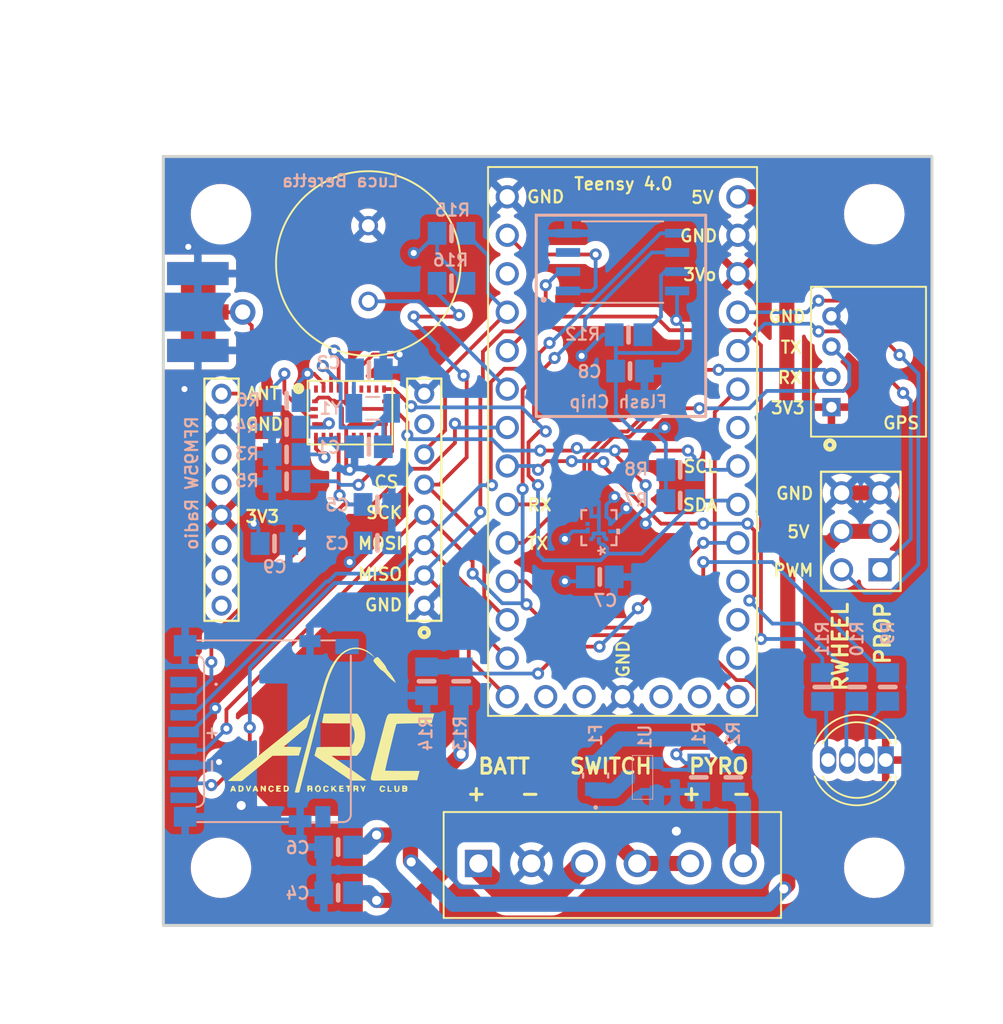
<source format=kicad_pcb>
(kicad_pcb (version 20221018) (generator pcbnew)
  (layers (0 "F.Cu" signal) (31 "B.Cu" signal) (34 "B.Paste" user) (35 "F.Paste" user) (36 "B.SilkS" user "B.Silkscreen") (37 "F.SilkS" user "F.Silkscreen") (38 "B.Mask" user) (39 "F.Mask" user) (44 "Edge.Cuts" user))
  (net 0 "")
  (net 1 "/BUZZER")
  (net 2 "GND")
  (net 3 "Net-(U2-XIN32)")
  (net 4 "+5V")
  (net 5 "+3.3V")
  (net 6 "Net-(U2-XOUT32)")
  (net 7 "/SDA")
  (net 8 "/BATT+")
  (net 9 "/SCL")
  (net 10 "/MISO")
  (net 11 "+9V")
  (net 12 "/MOSI")
  (net 13 "/SCK")
  (net 14 "/PY1")
  (net 15 "/LEDRED")
  (net 16 "/LEDBLU")
  (net 17 "/LEDGRN")
  (net 18 "/VOLTAGE")
  (net 19 "Net-(U2-CAP)")
  (net 20 "/FLASH-CS")
  (net 21 "/RADIO_RST")
  (net 22 "/RADIO-CS")
  (net 23 "/TX")
  (net 24 "/RX")
  (net 25 "Net-(U1-DRAIN)")
  (net 26 "Net-(D1-RED)")
  (net 27 "Net-(D1-BLU)")
  (net 28 "Net-(D1-GRN)")
  (net 29 "Net-(F1-Pad2)")
  (net 30 "Net-(J1-Pad6)")
  (net 31 "Net-(U2-PS0)")
  (net 32 "Net-(U2-PS1)")
  (net 33 "Net-(U2-COM3{slash}I2C_ADDR)")
  (net 34 "Net-(U2-NBOOT_LOAD_PIN)")
  (net 35 "Net-(U5-HOLD(IO3))")
  (net 36 "/RWHEEL_IN")
  (net 37 "/PROP_IN")
  (net 51 "/SD-CS")
  (net 57 "Net-(J2-ANT)")
  (footprint "MountingHole:MountingHole_3.5mm" (layer "F.Cu") (at 81.662 35.434274 90)
    (fp_text reference "H2" hide)
    (fp_text value "MountingHole" hide)
  )
  (footprint "CustomFootprintLib:RFM95 SMT THT Mount" (layer "F.Cu") (at 80.4967 62.474 90)
    (fp_text reference "J2" hide)
    (fp_text value "RFM95 Mount" hide)
  )
  (footprint "MountingHole:MountingHole_3.5mm" (layer "F.Cu") (at 124.842 78.614274 90)
    (fp_text reference "H4" hide)
    (fp_text value "MountingHole" hide)
  )
  (footprint "CustomFootprintLib:L7805CDT" (layer "F.Cu") (at 91.084 78.74 90)
    (fp_text reference "VR1" hide)
    (fp_text value "L7805CDT" hide)
  )
  (footprint "Graphics:ARC_logo_black_15mm" (layer "F.Cu") (at 88.8 69.4)
    (fp_text reference "G***" hide)
    (fp_text value "LOGO" hide)
  )
  (footprint "CustomFootprintLib:MODULE_DEV-15583" (layer "F.Cu") (at 108.204 50.8)
    (fp_text reference "U6" hide)
    (fp_text value "DEV-15583" hide)
  )
  (footprint "CustomFootprintLib:TERMBLOCK_OSTTE060104" (layer "F.Cu") (at 98.6796 78.3336)
    (fp_text reference "J1" hide)
    (fp_text value "TERMBLOCK_OSTTE060104" hide)
  )
  (footprint "MountingHole:MountingHole_3.5mm" (layer "F.Cu") (at 81.662 78.614274 90)
    (fp_text reference "H1" hide)
    (fp_text value "MountingHole" hide)
  )
  (footprint "MountingHole:MountingHole_3.5mm" (layer "F.Cu") (at 124.842 35.434274 90)
    (fp_text reference "H3" hide)
    (fp_text value "MountingHole" hide)
  )
  (footprint "CustomFootprintLib:LED_D5.0mm-4_RGB" (layer "F.Cu") (at 125.598 71.500274 180)
    (fp_text reference "D1" hide)
    (fp_text value "TRI-COLOR LED" hide)
  )
  (footprint "CustomFootprintLib:SMA_EDGELAUNCH_UFL" (layer "F.Cu") (at 78.1 41.9)
    (fp_text reference "X1")
    (fp_text value "uFL/SMA")
  )
  (footprint "CustomFootprintLib:BUZZER_XDCR_PS1240P02BT" (layer "F.Cu") (at 91.4 38.694274 90)
    (fp_text reference "BZ1" hide)
    (fp_text value "PS1240P02BT" hide)
  )
  (footprint "CustomFootprintLib:JST_S4B-PH-K-S_LF__SN_" (layer "F.Cu") (at 122.01 45.182791 90)
    (fp_text reference "J4" hide)
    (fp_text value "S4B-PH-K-S" hide)
  )
  (footprint "CustomFootprintLib:BNO055_SMT" (layer "F.Cu") (at 90.19 48.5525)
    (fp_text reference "U2" hide)
    (fp_text value "BNO055_SMT")
  )
  (footprint "CustomFootprintLib:1X01_ROUND" (layer "F.Cu") (at 83.1 41.9)
    (fp_text reference "JP1" hide)
    (fp_text value "HEADER-1X1ROUND")
  )
  (footprint "CustomFootprintLib:HEADER_PH2-06-UA_ADM_2x3" (layer "F.Cu") (at 125.222 58.928 90)
    (fp_text reference "J3" hide)
    (fp_text value "HEADER_M20-9950345_90_2x3" hide)
  )
  (footprint "CustomFootprintLib:0805-NO-Resistor" (layer "B.Cu") (at 112.014 54.356 180)
    (fp_text reference "R7")
    (fp_text value "10k" hide)
  )
  (footprint "CustomFootprintLib:0805-NO-Resistor" (layer "B.Cu") (at 96.9 40 180)
    (fp_text reference "R16")
    (fp_text value "10k")
  )
  (footprint "CustomFootprintLib:0805-NO-Resistor" (layer "B.Cu") (at 97.536 66.294 90)
    (fp_text reference "R13")
    (fp_text value "2000")
  )
  (footprint "CustomFootprintLib:0805-NO (Capacitor)" (layer "B.Cu") (at 85.2 57.2 180)
    (fp_text reference "C9")
    (fp_text value "10 uF")
  )
  (footprint "CustomFootprintLib:0805-NO (Capacitor)" (layer "B.Cu") (at 89.408 80.264)
    (fp_text reference "C4")
    (fp_text value "0.33 uF")
  )
  (footprint "CustomFootprintLib:W25Q64JVSSIQ" (layer "B.Cu") (at 108.204 38.6)
    (fp_text reference "U5" hide)
    (fp_text value "~" hide)
  )
  (footprint "CustomFootprintLib:0805-NO-Resistor" (layer "B.Cu") (at 86 53.086)
    (fp_text reference "R5")
    (fp_text value "10k" hide)
  )
  (footprint "CustomFootprintLib:MICROSD-HRS_DM3D" (layer "B.Cu") (at 90.24425 68.996 90)
    (fp_text reference "U3" hide)
    (fp_text value "MICROSD-HRS_DM3D" hide)
  )
  (footprint "CustomFootprintLib:0805-NO (Capacitor)" (layer "B.Cu") (at 108.7 45.8)
    (fp_text reference "C8")
    (fp_text value "22 pF" hide)
  )
  (footprint "CustomFootprintLib:0805-NO-Resistor" (layer "B.Cu") (at 121.412 66.674274 -90)
    (fp_text reference "R11")
    (fp_text value "1")
  )
  (footprint "CustomFootprintLib:LGA10_BMP390_BOS" (layer "B.Cu") (at 106.641474 56.1467 90)
    (fp_text reference "U4" hide)
    (fp_text value "BMP390" hide)
  )
  (footprint "CustomFootprintLib:0805-NO (Capacitor)" (layer "B.Cu") (at 89.408 77.25)
    (fp_text reference "C6")
    (fp_text value "0.1 uF")
  )
  (footprint "CustomFootprintLib:0805-NO-Resistor" (layer "B.Cu") (at 108.6 43.4 180)
    (fp_text reference "R12")
    (fp_text value "10M" hide)
  )
  (footprint "CustomFootprintLib:0805-NO-Resistor" (layer "B.Cu") (at 86 49.5)
    (fp_text reference "R4")
    (fp_text value "10k" hide)
  )
  (footprint "CustomFootprintLib:0805-NO-Resistor" (layer "B.Cu") (at 125.73 66.674274 -90)
    (fp_text reference "R9")
    (fp_text value "40" hide)
  )
  (footprint "CustomFootprintLib:0805-NO-Resistor" (layer "B.Cu") (at 86 51.308)
    (fp_text reference "R3")
    (fp_text value "10k" hide)
  )
  (footprint "CustomFootprintLib:0805-NO-Resistor" (layer "B.Cu") (at 112.014 52.324 180)
    (fp_text reference "R8")
    (fp_text value "10k" hide)
  )
  (footprint "CustomFootprintLib:0805-NO-Resistor" (layer "B.Cu") (at 123.698 66.674274 -90)
    (fp_text reference "R10")
    (fp_text value "1" hide)
  )
  (footprint "CustomFootprintLib:DMN3051L-7" (layer "B.Cu") (at 110.7 72.644 -90)
    (fp_text reference "U1")
    (fp_text value "DMN3051L-7" hide)
  )
  (footprint "CustomFootprintLib:0805-NO-Resistor" (layer "B.Cu") (at 96.9 36.7)
    (fp_text reference "R15")
    (fp_text value "10k")
  )
  (footprint "CustomFootprintLib:0805-NO-Resistor" (layer "B.Cu") (at 115.53 72.644 90)
    (fp_text reference "R2")
    (fp_text value "4.7" hide)
  )
  (footprint "CustomFootprintLib:0805-NO (Capacitor)" (layer "B.Cu") (at 91.44 50.8)
    (fp_text reference "C1")
    (fp_text value "22 pF")
  )
  (footprint "CustomFootprintLib:FUS_VISHAY_MFU0805_VIS_5A" (layer "B.Cu") (at 106.426 72.52335 90)
    (fp_text reference "F1")
    (fp_text value "MFU0805FF05000P100" hide)
  )
  (footprint "CustomFootprintLib:0805-NO-Resistor" (layer "B.Cu") (at 86 47.752 180)
    (fp_text reference "R6")
    (fp_text value "10k")
  )
  (footprint "CustomFootprintLib:CRYSTAL_ECS-.327-12.5-34B-TR" (layer "B.Cu") (at 91.694 48.26)
    (fp_text reference "Y1")
    (fp_text value "CRYSTAL_32.768kHz")
  )
  (footprint "CustomFootprintLib:0805-NO (Capacitor)" (layer "B.Cu") (at 91.44 45.72 180)
    (fp_text reference "C2")
    (fp_text value "22 pF" hide)
  )
  (footprint "CustomFootprintLib:0805-NO-Resistor" (layer "B.Cu") (at 113.244 72.644 90)
    (fp_text reference "R1")
    (fp_text value "470" hide)
  )
  (footprint "CustomFootprintLib:0805-NO-Resistor" (layer "B.Cu") (at 95.25 66.294 90)
    (fp_text reference "R14")
    (fp_text value "510")
  )
  (footprint "CustomFootprintLib:0805-NO (Capacitor)" (layer "B.Cu") (at 106.7 59.4)
    (fp_text reference "C7")
    (fp_text value "100 nF" hide)
  )
  (footprint "CustomFootprintLib:0805-NO (Capacitor)" (layer "B.Cu") (at 92 54.61 180)
    (fp_text reference "C5")
    (fp_text value "1 uF" hide)
  )
  (footprint "CustomFootprintLib:0805-NO (Capacitor)" (layer "B.Cu") (at 92 57.15 180)
    (fp_text reference "C3")
    (fp_text value "0.1 uF" hide)
  )
  (gr_rect (start 102.5 35.5) (end 113.7 48.8) (stroke (width 0.2)) (fill none) (layer "B.SilkS"))
  (gr_rect (start 77.852 31.624274) (end 128.652 82.424274) (stroke (width 0.2)) (fill none) (layer "Edge.Cuts"))
  (gr_text "Flash Chip" (at 104.6 48.3) (layer "B.SilkS") (effects (font (size 0.8 0.8)) (justify right bottom mirror)))
  (gr_text "RFM95W Radio" (at 80.2 57.7 90) (layer "B.SilkS") (effects (font (size 0.8 0.8)) (justify right bottom mirror)))
  (gr_text "Luca Beretta" (at 85.6 33.7) (layer "B.SilkS") (effects (font (size 0.8 0.8) (thickness 0.15) bold) (justify right bottom mirror)))
  (gr_text "Teensy 4.0" (at 111.6 33.9) (layer "F.SilkS") (effects (font (size 0.8 0.8) (thickness 0.15) bold) (justify right bottom)))
  (gr_text "CS" (at 93.472 53.594) (layer "F.SilkS") (effects (font (size 0.8 0.8)) (justify right bottom)))
  (gr_text "ANT" (at 85.598 47.752) (layer "F.SilkS") (effects (font (size 0.8 0.8)) (justify right bottom)))
  (gr_text "RX" (at 103.6 55.118) (layer "F.SilkS") (effects (font (size 0.8 0.8) (thickness 0.15) bold) (justify right bottom)))
  (gr_text "GND" (at 85.852 49.784) (layer "F.SilkS") (effects (font (size 0.8 0.8)) (justify right bottom)))
  (gr_text "MOSI" (at 93.726 57.658) (layer "F.SilkS") (effects (font (size 0.8 0.8)) (justify right bottom)))
  (gr_text "GND" (at 93.726 61.722) (layer "F.SilkS") (effects (font (size 0.8 0.8)) (justify right bottom)))
  (gr_text "SWITCH" (at 104.608 72.5) (layer "F.SilkS") (effects (font (size 1 1) (thickness 0.2) bold) (justify left bottom)))
  (gr_text "-" (at 115.316 74.278) (layer "F.SilkS") (effects (font (size 1 1) (thickness 0.2) bold) (justify left bottom)))
  (gr_text "SDA" (at 114.554 55.118) (layer "F.SilkS") (effects (font (size 0.8 0.8) (thickness 0.15) bold) (justify right bottom)))
  (gr_text "RX" (at 120.142 46.7) (layer "F.SilkS") (effects (font (size 0.8 0.8) (thickness 0.15) bold) (justify right bottom)))
  (gr_text "-" (at 101.346 74.278) (layer "F.SilkS") (effects (font (size 1 1) (thickness 0.2) bold) (justify left bottom)))
  (gr_text "SCL" (at 114.554 52.578) (layer "F.SilkS") (effects (font (size 0.8 0.8) (thickness 0.15) bold) (justify right bottom)))
  (gr_text "GND" (at 120.904 54.356) (layer "F.SilkS") (effects (font (size 0.8 0.8) (thickness 0.15) bold) (justify right bottom)))
  (gr_text "PROP" (at 125.984 65.278 90) (layer "F.SilkS") (effects (font (size 1 1) (thickness 0.2) bold) (justify left bottom)))
  (gr_text "PYRO\n" (at 112.482 72.5) (layer "F.SilkS") (effects (font (size 1 1) (thickness 0.2) bold) (justify left bottom)))
  (gr_text "TX" (at 120.142 44.7) (layer "F.SilkS") (effects (font (size 0.8 0.8) (thickness 0.15) bold) (justify right bottom)))
  (gr_text "5V" (at 114.3 34.798) (layer "F.SilkS") (effects (font (size 0.8 0.8) (thickness 0.15) bold) (justify right bottom)))
  (gr_text "GND" (at 120.396 42.672) (layer "F.SilkS") (effects (font (size 0.8 0.8) (thickness 0.15) bold) (justify right bottom)))
  (gr_text "MISO\n" (at 93.726 59.69) (layer "F.SilkS") (effects (font (size 0.8 0.8)) (justify right bottom)))
  (gr_text "PWM" (at 120.904 59.436) (layer "F.SilkS") (effects (font (size 0.8 0.8) (thickness 0.15) bold) (justify right bottom)))
  (gr_text "TX" (at 103.378 57.658) (layer "F.SilkS") (effects (font (size 0.8 0.8) (thickness 0.15) bold) (justify right bottom)))
  (gr_text "3V3" (at 120.333392 48.7) (layer "F.SilkS") (effects (font (size 0.8 0.8) (thickness 0.15) bold) (justify right bottom)))
  (gr_text "+" (at 97.79 74.278) (layer "F.SilkS") (effects (font (size 1 1) (thickness 0.2) bold) (justify left bottom)))
  (gr_text "GPS" (at 127.9 49.7) (layer "F.SilkS") (effects (font (size 0.8 0.8) (thickness 0.15) bold) (justify right bottom)))
  (gr_text "GND" (at 108.712 63.5 90) (layer "F.SilkS") (effects (font (size 0.8 0.8) (thickness 0.15) bold) (justify right bottom)))
  (gr_text "3V3" (at 85.598 55.88) (layer "F.SilkS") (effects (font (size 0.8 0.8) (thickness 0.15) bold) (justify right bottom)))
  (gr_text "GND" (at 114.554 37.338) (layer "F.SilkS") (effects (font (size 0.8 0.8) (thickness 0.15) bold) (justify right bottom)))
  (gr_text "3Vo" (at 114.5 39.9) (layer "F.SilkS") (effects (font (size 0.8 0.8) (thickness 0.15) bold) (justify right bottom)))
  (gr_text "BATT" (at 98.552 72.5) (layer "F.SilkS") (effects (font (size 1 1) (thickness 0.2) bold) (justify left bottom)))
  (gr_text "+" (at 112.014 74.278) (layer "F.SilkS") (effects (font (size 1 1) (thickness 0.2) bold) (justify left bottom)))
  (gr_text "SCK" (at 93.726 55.626) (layer "F.SilkS") (effects (font (size 0.8 0.8)) (justify right bottom)))
  (gr_text "RWHEEL" (at 123.19 67.056 90) (layer "F.SilkS") (effects (font (size 1 1) (thickness 0.2) bold) (justify left bottom)))
  (gr_text "5V" (at 120.65 56.896) (layer "F.SilkS") (effects (font (size 0.8 0.8) (thickness 0.15) bold) (justify right bottom)))
  (segment (start 94.788274 41.194274) (end 91.4 41.194274) (width 0.25) (layer "B.Cu") (net 1))
  (segment (start 100.584 46.99) (end 94.788274 41.194274) (width 0.25) (layer "B.Cu") (net 1))
  (segment (start 89.040498 47.827002) (end 89.785002 47.827002) (width 0.25) (layer "F.Cu") (net 2))
  (segment (start 87.562 78.74) (end 83.322 74.5) (width 1) (layer "F.Cu") (net 2))
  (segment (start 89.94 46.99) (end 89.94 46.4775) (width 0.25) (layer "F.Cu") (net 2))
  (segment (start 90.17 52.324002) (end 89.94 52.094002) (width 0.25) (layer "F.Cu") (net 2))
  (segment (start 90.24 49.3025) (end 89.94 49.6025) (width 0.25) (layer "F.Cu") (net 2))
  (segment (start 89.154 47.752) (end 89.662 48.26) (width 0.25) (layer "F.Cu") (net 2))
  (segment (start 89.94 52.094002) (end 89.94 50.115) (width 0.25) (layer "F.Cu") (net 2))
  (segment (start 89.662 48.26) (end 89.662 49.3245) (width 0.25) (layer "F.Cu") (net 2))
  (segment (start 85.972498 76.962) (end 85.344 76.333502) (width 1) (layer "F.Cu") (net 2))
  (segment (start 89.94 46.4775) (end 91.713538 44.703962) (width 0.25) (layer "F.Cu") (net 2))
  (segment (start 89.040498 47.827002) (end 88.765996 47.5525) (width 0.25) (layer "F.Cu") (net 2))
  (segment (start 122.682 53.848) (end 125.222 53.848) (width 1) (layer "F.Cu") (net 2))
  (segment (start 92.5025 49.3025) (end 90.24 49.3025) (width 0.25) (layer "F.Cu") (net 2))
  (segment (start 89.662 49.3245) (end 89.94 49.6025) (width 0.25) (layer "F.Cu") (net 2))
  (segment (start 83.322 74.5) (end 83 74.5) (width 1) (layer "F.Cu") (net 2))
  (segment (start 88.1275 47.5525) (end 87.8775 47.8025) (width 0.25) (layer "F.Cu") (net 2))
  (segment (start 90.2605 48.3025) (end 89.94 47.982) (width 0.25) (layer "F.Cu") (net 2))
  (segment (start 91.713538 44.703962) (end 93.472 44.703962) (width 0.25) (layer "F.Cu") (net 2))
  (segment (start 89.94 46.99) (end 89.94 47.982) (width 0.25) (layer "F.Cu") (net 2))
  (segment (start 88.765996 47.5525) (end 88.1275 47.5525) (width 0.25) (layer "F.Cu") (net 2))
  (segment (start 92.5025 49.3025) (end 92.5025 50.0525) (width 0.25) (layer "F.Cu") (net 2))
  (segment (start 89.94 50.115) (end 89.94 49.6025) (width 0.25) (layer "F.Cu") (net 2))
  (segment (start 92.5025 48.3025) (end 90.2605 48.3025) (width 0.25) (layer "F.Cu") (net 2))
  (segment (start 89.785002 47.827002) (end 89.94 47.982) (width 0.25) (layer "F.Cu") (net 2))
  (segment (start 89.622 78.855274) (end 89.760726 78.994) (width 1) (layer "F.Cu") (net 2))
  (segment (start 89.040498 47.752) (end 89.154 47.752) (width 0.25) (layer "F.Cu") (net 2))
  (segment (start 92.5025 50.0525) (end 92.44 50.115) (width 0.25) (layer "F.Cu") (net 2))
  (segment (start 87.884 78.74) (end 87.562 78.74) (width 1) (layer "F.Cu") (net 2))
  (segment (start 87.63 76.863274) (end 89.622 78.855274) (width 0.25) (layer "F.Cu") (net 2))
  (via (at 81.534 71.628) (size 0.8) (drill 0.4) (layers "F.Cu" "B.Cu") (net 2))
  (via (at 93.472 44.703962) (size 0.8) (drill 0.4) (layers "F.Cu" "B.Cu") (net 2))
  (via (at 90.17 52.324002) (size 0.8) (drill 0.4) (layers "F.Cu" "B.Cu") (net 2))
  (via (at 83 74.5) (size 1) (drill 0.6) (layers "F.Cu" "B.Cu") (net 2))
  (via (at 79.248 46.99) (size 0.8) (drill 0.4) (layers "F.Cu" "B.Cu") (net 2))
  (via (at 79.502 37.592) (size 0.8) (drill 0.4) (layers "F.Cu" "B.Cu") (net 2))
  (via (at 111.760001 76.199998) (size 1) (drill 0.6) (layers "F.Cu" "B.Cu") (net 2))
  (segment (start 93.472 45.560123) (end 93.472 45.466) (width 0.25) (layer "B.Cu") (net 2))
  (segment (start 106.141348 55.3974) (end 106.641474 55.3974) (width 0.25) (layer "B.Cu") (net 2))
  (segment (start 106.289474 56.5313) (end 106.68 56.5313) (width 0.25) (layer "B.Cu") (net 2))
  (segment (start 87.54425 63.738) (end 87.54425 63.58575) (width 0.25) (layer "B.Cu") (net 2))
  (segment (start 90.49 52.004002) (end 90.17 52.324002) (width 0.25) (layer "B.Cu") (net 2))
  (segment (start 110.45 74.89) (end 111.76 76.2) (width 1) (layer "B.Cu") (net 2))
  (segment (start 93.472 45.466) (end 93.472 44.703962) (width 0.25) (layer "B.Cu") (net 2))
  (segment (start 79.19425 71.846) (end 81.316 71.846) (width 0.25) (layer "B.Cu") (net 2))
  (segment (start 80.09255 44.45) (end 80.09255 46.14545) (width 0.25) (layer "B.Cu") (net 2))
  (segment (start 81.316 71.846) (end 81.534 71.628) (width 0.25) (layer "B.Cu") (net 2))
  (segment (start 93 55.22) (end 93 56.6) (width 0.25) (layer "B.Cu") (net 2))
  (segment (start 80.09255 39.37) (end 80.09255 38.18255) (width 0.25) (layer "B.Cu") (net 2))
  (segment (start 80.09255 38.18255) (end 79.502 37.592) (width 0.25) (layer "B.Cu") (net 2))
  (segment (start 113.244 74.716) (end 111.76 76.2) (width 0.25) (layer "B.Cu") (net 2))
  (segment (start 92.39 54.61) (end 93 55.22) (width 0.25) (layer "B.Cu") (net 2))
  (segment (start 84.902 51.308) (end 84.902 49.53) (width 0.25) (layer "B.Cu") (net 2))
  (segment (start 106.641474 56.492774) (end 106.641474 55.3974) (width 0.25) (layer "B.Cu") (net 2))
  (segment (start 106.641474 55.3974) (end 106.641474 54.441474) (width 0.25) (layer "B.Cu") (net 2))
  (segment (start 80.09255 46.14545) (end 79.248 46.99) (width 0.25) (layer "B.Cu") (net 2))
  (segment (start 84.902 53.086) (end 84.902 51.308) (width 0.25) (layer "B.Cu") (net 2))
  (segment (start 106.141348 55.3974) (end 106.141348 54.941348) (width 0.25) (layer "B.Cu") (net 2))
  (segment (start 106.993474 56.747874) (end 107.1416 56.896) (width 0.25) (layer "B.Cu") (net 2))
  (segment (start 93 56.6) (end 92.45 57.15) (width 0.25) (layer "B.Cu") (net 2))
  (segment (start 106.141348 54.941348) (end 105.7 54.5) (width 0.25) (layer "B.Cu") (net 2))
  (segment (start 106.641474 54.441474) (end 106.4 54.2) (width 0.25) (layer "B.Cu") (net 2))
  (segment (start 106.141348 56.896) (end 106.289474 56.747874) (width 0.25) (layer "B.Cu") (net 2))
  (segment (start 95.05125 47.139373) (end 93.472 45.560123) (width 0.25) (layer "B.Cu") (net 2))
  (segment (start 95.504 67.244) (end 94.808 67.244) (width 0.25) (layer "B.Cu") (net 2))
  (segment (start 106.993474 56.5313) (end 106.993474 56.747874) (width 0.25) (layer "B.Cu") (net 2))
  (segment (start 92.39 45.72) (end 93.218 45.72) (width 0.25) (layer "B.Cu") (net 2))
  (segment (start 106.68 56.5313) (end 106.641474 56.492774) (width 0.25) (layer "B.Cu") (net 2))
  (segment (start 88.458 77.25) (end 88.458 80.264) (width 1) (layer "B.Cu") (net 2))
  (segment (start 110.45 73.594) (end 110.45 74.89) (width 1) (layer "B.Cu") (net 2))
  (segment (start 93.218 45.72) (end 93.472 45.466) (width 0.25) (layer "B.Cu") (net 2))
  (segment (start 106.289474 56.747874) (end 106.289474 56.5313) (width 0.25) (layer "B.Cu") (net 2))
  (segment (start 90.49 50.8) (end 90.49 52.004002) (width 0.25) (layer "B.Cu") (net 2))
  (segment (start 113.244 73.594) (end 113.244 74.716) (width 0.25) (layer "B.Cu") (net 2))
  (segment (start 106.68 56.5313) (end 106.993474 56.5313) (width 0.25) (layer "B.Cu") (net 2))
  (segment (start 88.94 46.99) (end 88.94 46.014) (width 0.25) (layer "F.Cu") (net 3))
  (segment (start 88.94 46.014) (end 88.392 45.466) (width 0.25) (layer "F.Cu") (net 3))
  (via (at 88.392 45.466) (size 0.8) (drill 0.4) (layers "F.Cu" "B.Cu") (net 3))
  (segment (start 89.569 49.535) (end 89.569 46.643) (width 0.25) (layer "B.Cu") (net 3))
  (segment (start 89.569 46.643) (end 88.392 45.466) (width 0.25) (layer "B.Cu") (net 3))
  (segment (start 91.669 49.535) (end 89.569 49.535) (width 0.25) (layer "B.Cu") (net 3))
  (segment (start 92.39 50.8) (end 92.39 48.814) (width 0.25) (layer "B.Cu") (net 3))
  (segment (start 92.39 48.814) (end 92.944 48.26) (width 0.25) (layer "B.Cu") (net 3))
  (segment (start 92.944 48.26) (end 91.669 49.535) (width 0.25) (layer "B.Cu") (net 3))
  (segment (start 119.064 36.464) (end 116.89 34.29) (width 1) (layer "F.Cu") (net 4))
  (segment (start 119.126 79.743) (end 119.126 58.277) (width 1) (layer "F.Cu") (net 4))
  (segment (start 94.184 76.44) (end 94.184 78.182) (width 1) (layer "F.Cu") (net 4))
  (segment (start 118.859 80.01) (end 119.126 79.743) (width 1) (layer "F.Cu") (net 4))
  (segment (start 119.064 58.215) (end 119.064 36.464) (width 1) (layer "F.Cu") (net 4))
  (segment (start 94.17 76.454) (end 94.184 76.44) (width 0.25) (layer "F.Cu") (net 4))
  (segment (start 116.89 34.29) (end 115.824 34.29) (width 1) (layer "F.Cu") (net 4))
  (segment (start 122.682 56.388) (end 121.92 57.15) (width 1) (layer "F.Cu") (net 4))
  (segment (start 94.184 78.182) (end 94.234 78.232) (width 0.25) (layer "F.Cu") (net 4))
  (segment (start 91.948 76.454) (end 94.17 76.454) (width 1) (layer "F.Cu") (net 4))
  (segment (start 125.222 56.388) (end 122.682 56.388) (width 1) (layer "F.Cu") (net 4))
  (segment (start 119.126 58.277) (end 119.064 58.215) (width 1) (layer "F.Cu") (net 4))
  (segment (start 121.92 57.15) (end 119.064 57.15) (width 1) (layer "F.Cu") (net 4))
  (via (at 91.948 76.454) (size 1) (drill 0.6) (layers "F.Cu" "B.Cu") (net 4))
  (via (at 94.234 78.232) (size 1) (drill 0.6) (layers "F.Cu" "B.Cu") (net 4))
  (via (at 118.858982 80.01) (size 1) (drill 0.6) (layers "F.Cu" "B.Cu") (net 4))
  (segment (start 98.298 81.026) (end 117.842982 81.026) (width 1) (layer "B.Cu") (net 4))
  (segment (start 97.028 81.026) (end 98.298 81.026) (width 1) (layer "B.Cu") (net 4))
  (segment (start 117.842982 81.026) (end 118.858982 80.01) (width 1) (layer "B.Cu") (net 4))
  (segment (start 94.234 78.232) (end 97.028 81.026) (width 1) (layer "B.Cu") (net 4))
  (segment (start 91.152 77.25) (end 91.948 76.454) (width 1) (layer "B.Cu") (net 4))
  (segment (start 90.358 77.25) (end 91.152 77.25) (width 1) (layer "B.Cu") (net 4))
  (segment (start 112.776 42.418) (end 115.824 39.37) (width 0.25) (layer "F.Cu") (net 5))
  (segment (start 104.394 56.896004) (end 104.393997 56.896001) (width 0.25) (layer "F.Cu") (net 5))
  (segment (start 87.803984 45.974) (end 87.376 45.974) (width 0.25) (layer "F.Cu") (net 5))
  (segment (start 87.365 45.985) (end 87.376 45.974) (width 0.25) (layer "F.Cu") (net 5))
  (segment (start 87.365 48.2525) (end 87.365 45.985) (width 0.25) (layer "F.Cu") (net 5))
  (segment (start 108.712 54.864) (end 109.728 55.88) (width 0.25) (layer "F.Cu") (net 5))
  (segment (start 87.8775 48.3025) (end 87.415 48.3025) (width 0.25) (layer "F.Cu") (net 5))
  (segment (start 87.415 48.3025) (end 87.365 48.2525) (width 0.25) (layer "F.Cu") (net 5))
  (segment (start 115.824 39.37) (end 115.57 39.37) (width 0.25) (layer "F.Cu") (net 5))
  (segment (start 111.76 42.418) (end 112.776 42.418) (width 0.25) (layer "F.Cu") (net 5))
  (segment (start 88.44 46.610016) (end 87.803984 45.974) (width 0.25) (layer "F.Cu") (net 5))
  (segment (start 104.394 59.69) (end 104.394 56.896004) (width 0.25) (layer "F.Cu") (net 5))
  (segment (start 88.44 46.99) (end 88.44 46.610016) (width 0.25) (layer "F.Cu") (net 5))
  (segment (start 108.458 54.864) (end 108.458 55.118) (width 0.25) (layer "F.Cu") (net 5))
  (segment (start 108.458 54.864) (end 108.712 54.864) (width 0.25) (layer "F.Cu") (net 5))
  (via (at 109.728 55.88) (size 0.8) (drill 0.4) (layers "F.Cu" "B.Cu") (net 5))
  (via (at 104.394 59.69) (size 0.8) (drill 0.4) (layers "F.Cu" "B.Cu") (net 5))
  (via (at 87.376 45.974) (size 0.8) (drill 0.4) (layers "F.Cu" "B.Cu") (net 5))
  (via (at 104.393997 56.896001) (size 0.8) (drill 0.4) (layers "F.Cu" "B.Cu") (net 5))
  (via (at 110.998 49.53) (size 0.8) (drill 0.4) (layers "F.Cu" "B.Cu") (net 5))
  (via (at 107.670174 54.118637) (size 0.8) (drill 0.4) (layers "F.Cu" "B.Cu") (net 5))
  (via (at 108.458 54.864) (size 0.8) (drill 0.4) (layers "F.Cu" "B.Cu") (net 5))
  (via (at 94.4 38) (size 0.8) (drill 0.4) (layers "F.Cu" "B.Cu") (net 5))
  (via (at 83.82 55.88) (size 0.8) (drill 0.4) (layers "F.Cu" "B.Cu") (net 5))
  (via (at 111.76 42.418) (size 0.8) (drill 0.4) (layers "F.Cu" "B.Cu") (net 5))
  (via (at 105.5 44.8) (size 0.8) (drill 0.4) (layers "F.Cu" "B.Cu") (net 5))
  (via (at 90.17 58.42) (size 0.8) (drill 0.4) (layers "F.Cu" "B.Cu") (net 5))
  (via (at 81.28 68.072) (size 0.8) (drill 0.4) (layers "F.Cu" "B.Cu") (net 5))
  (segment (start 94.65 38) (end 94.4 38) (width 0.25) (layer "B.Cu") (net 5))
  (segment (start 106.9 43.4) (end 105.5 44.8) (width 0.25) (layer "B.Cu") (net 5))
  (segment (start 104.893235 56.396763) (end 104.393997 56.896001) (width 0.25) (layer "B.Cu") (net 5))
  (segment (start 111.064 52.324) (end 110.998 52.324) (width 0.25) (layer "B.Cu") (net 5))
  (segment (start 111.809 40.505) (end 111.809 42.369) (width 0.25) (layer "B.Cu") (net 5))
  (segment (start 108.933 49.751) (end 107.762 48.58) (width 0.25) (layer "B.Cu") (net 5))
  (segment (start 112.144 42.802) (end 112.144 44.296) (width 0.25) (layer "B.Cu") (net 5))
  (segment (start 105.75 59.4) (end 105.46 59.69) (width 0.25) (layer "B.Cu") (net 5))
  (segment (start 107.390774 55.896637) (end 107.390774 55.646574) (width 0.25) (layer "B.Cu") (net 5))
  (segment (start 107.65 43.4) (end 107.762 43.512) (width 0.25) (layer "B.Cu") (net 5))
  (segment (start 112.144 44.296) (end 111.84 44.6) (width 0.25) (layer "B.Cu") (net 5))
  (segment (start 110.777 49.751) (end 110.998 49.53) (width 0.25) (layer "B.Cu") (net 5))
  (segment (start 105.892174 56.396763) (end 105.892174 56.274463) (width 0.25) (layer "B.Cu") (net 5))
  (segment (start 107.425363 55.896637) (end 108.458 54.864) (width 0.25) (layer "B.Cu") (net 5))
  (segment (start 107.65 43.4) (end 106.9 43.4) (width 0.25) (layer "B.Cu") (net 5))
  (segment (start 105.892174 56.274463) (end 105.918 56.248637) (width 0.25) (layer "B.Cu") (net 5))
  (segment (start 111.76 42.418) (end 112.144 42.802) (width 0.25) (layer "B.Cu") (net 5))
  (segment (start 107.762 43.512) (end 107.762 45.974) (width 0.25) (layer "B.Cu") (net 5))
  (segment (start 107.762 48.58) (end 107.762 47) (width 0.25) (layer "B.Cu") (net 5))
  (segment (start 105.46 59.69) (end 104.394 59.69) (width 0.25) (layer "B.Cu") (net 5))
  (segment (start 95.95 36.7) (end 95.95 38.1) (width 0.25) (layer "B.Cu") (net 5))
  (segment (start 95.95 38.1) (end 97.85 40) (width 0.25) (layer "B.Cu") (net 5))
  (segment (start 107.390774 55.896637) (end 107.425363 55.896637) (width 0.25) (layer "B.Cu") (net 5))
  (segment (start 111.84 44.6) (end 107.762 44.6) (width 0.25) (layer "B.Cu") (net 5))
  (segment (start 91.05 57.54) (end 90.17 58.42) (width 0.25) (layer "B.Cu") (net 5))
  (segment (start 86.802 46.548) (end 87.376 45.974) (width 0.25) (layer "B.Cu") (net 5))
  (segment (start 79.19425 69.738) (end 79.614 69.738) (width 0.25) (layer "B.Cu") (net 5))
  (segment (start 107.1416 55.3974) (end 107.1416 54.647211) (width 0.25) (layer "B.Cu") (net 5))
  (segment (start 84.14 56.2) (end 83.82 55.88) (width 0.25) (layer "B.Cu") (net 5))
  (segment (start 111.064 50.546) (end 110.269 49.751) (width 0.25) (layer "B.Cu") (net 5))
  (segment (start 111.809 42.369) (end 111.76 42.418) (width 0.25) (layer "B.Cu") (net 5))
  (segment (start 95.95 36.7) (end 94.65 38) (width 0.25) (layer "B.Cu") (net 5))
  (segment (start 86.802 47.752) (end 86.802 46.548) (width 0.25) (layer "B.Cu") (net 5))
  (segment (start 111.064 52.324) (end 111.064 54.356) (width 0.25) (layer "B.Cu") (net 5))
  (segment (start 79.614 69.738) (end 81.28 68.072) (width 0.25) (layer "B.Cu") (net 5))
  (segment (start 111.064 52.324) (end 111.064 50.546) (width 0.25) (layer "B.Cu") (net 5))
  (segment (start 109.728 55.692) (end 111.064 54.356) (width 0.25) (layer "B.Cu") (net 5))
  (segment (start 110.269 49.751) (end 110.777 49.751) (width 0.25) (layer "B.Cu") (net 5))
  (segment (start 107.390774 55.646574) (end 107.1416 55.3974) (width 0.25) (layer "B.Cu") (net 5))
  (segment (start 110.269 49.751) (end 108.933 49.751) (width 0.25) (layer "B.Cu") (net 5))
  (segment (start 107.762 44.6) (end 107.762 45.974) (width 0.25) (layer "B.Cu") (net 5))
  (segment (start 107.1416 54.647211) (end 107.670174 54.118637) (width 0.25) (layer "B.Cu") (net 5))
  (segment (start 109.728 55.88) (end 109.728 55.692) (width 0.25) (layer "B.Cu") (net 5))
  (segment (start 84.14 57.15) (end 84.14 56.2) (width 0.25) (layer "B.Cu") (net 5))
  (segment (start 105.892174 56.396763) (end 104.893235 56.396763) (width 0.25) (layer "B.Cu") (net 5))
  (segment (start 91.05 57.15) (end 91.05 57.54) (width 0.25) (layer "B.Cu") (net 5))
  (segment (start 107.762 45.974) (end 107.762 47) (width 0.25) (layer "B.Cu") (net 5))
  (segment (start 89.44 46.99) (end 89.44 44.736) (width 0.25) (layer "F.Cu") (net 6))
  (segment (start 89.44 44.736) (end 89.154 44.45) (width 0.25) (layer "F.Cu") (net 6))
  (via (at 89.154 44.45) (size 0.8) (drill 0.4) (layers "F.Cu" "B.Cu") (net 6))
  (segment (start 90.49 45.72) (end 90.424 45.72) (width 0.25) (layer "B.Cu") (net 6))
  (segment (start 90.444 48.26) (end 90.444 45.766) (width 0.25) (layer "B.Cu") (net 6))
  (segment (start 90.444 45.766) (end 90.49 45.72) (width 0.25) (layer "B.Cu") (net 6))
  (segment (start 90.424 45.72) (end 89.154 44.45) (width 0.25) (layer "B.Cu") (net 6))
  (segment (start 101.989646 52.713646) (end 102.616 53.34) (width 0.25) (layer "F.Cu") (net 7))
  (segment (start 92.44 46.99) (end 93.099227 46.99) (width 0.25) (layer "F.Cu") (net 7))
  (segment (start 93.099227 46.99) (end 94.234 48.124773) (width 0.25) (layer "F.Cu") (net 7))
  (segment (start 102.714035 49.784) (end 101.989646 50.508389) (width 0.25) (layer "F.Cu") (net 7))
  (segment (start 101.989646 50.508389) (end 101.989646 52.713646) (width 0.25) (layer "F.Cu") (net 7))
  (segment (start 103.124024 49.784) (end 102.714035 49.784) (width 0.25) (layer "F.Cu") (net 7))
  (via (at 102.616 53.34) (size 0.8) (drill 0.4) (layers "F.Cu" "B.Cu") (net 7))
  (via (at 103.124024 49.784) (size 0.8) (drill 0.4) (layers "F.Cu" "B.Cu") (net 7))
  (via (at 94.234 48.124773) (size 0.8) (drill 0.4) (layers "F.Cu" "B.Cu") (net 7))
  (segment (start 103.004 58.3) (end 102.616 57.912) (width 0.25) (layer "B.Cu") (net 7))
  (segment (start 103.124024 49.784) (end 101.540024 48.2) (width 0.25) (layer "B.Cu") (net 7))
  (segment (start 112.964 54.356) (end 115.57 54.356) (width 0.25) (layer "B.Cu") (net 7))
  (segment (start 101.540024 48.2) (end 94.309227 48.2) (width 0.25) (layer "B.Cu") (net 7))
  (segment (start 106.5658 58.3) (end 103.004 58.3) (width 0.25) (layer "B.Cu") (net 7))
  (segment (start 94.309227 48.2) (end 94.234 48.124773) (width 0.25) (layer "B.Cu") (net 7))
  (segment (start 106.7896 57.2607) (end 106.641474 57.112574) (width 0.25) (layer "B.Cu") (net 7))
  (segment (start 109.458 57.862) (end 107.1909 57.862) (width 0.25) (layer "B.Cu") (net 7))
  (segment (start 107.1909 57.50745) (end 106.94415 57.2607) (width 0.25) (layer "B.Cu") (net 7))
  (segment (start 112.964 54.356) (end 109.458 57.862) (width 0.25) (layer "B.Cu") (net 7))
  (segment (start 106.7529 58.3) (end 106.5658 58.3) (width 0.25) (layer "B.Cu") (net 7))
  (segment (start 107.1909 57.862) (end 106.7529 58.3) (width 0.25) (layer "B.Cu") (net 7))
  (segment (start 106.94415 57.2607) (end 106.7896 57.2607) (width 0.25) (layer "B.Cu") (net 7))
  (segment (start 102.616 57.912) (end 102.616 53.34) (width 0.25) (layer "B.Cu") (net 7))
  (segment (start 107.1909 57.862) (end 107.1909 57.50745) (width 0.25) (layer "B.Cu") (net 7))
  (segment (start 106.641474 57.112574) (end 106.641474 56.896) (width 0.25) (layer "B.Cu") (net 7))
  (segment (start 115.57 54.356) (end 115.824 54.61) (width 0.25) (layer "B.Cu") (net 7))
  (segment (start 103.4952 80.518) (end 105.6796 78.3336) (width 1.5) (layer "F.Cu") (net 8))
  (segment (start 98.6796 78.3336) (end 98.6796 78.6136) (width 1.5) (layer "F.Cu") (net 8))
  (segment (start 100.584 80.518) (end 103.4952 80.518) (width 1.5) (layer "F.Cu") (net 8))
  (segment (start 98.6796 78.6136) (end 100.584 80.518) (width 1.5) (layer "F.Cu") (net 8))
  (segment (start 107.696 51.054) (end 107.696 51.308) (width 0.25) (layer "F.Cu") (net 9))
  (segment (start 107.696 51.308) (end 109.728 53.34) (width 0.25) (layer "F.Cu") (net 9))
  (segment (start 92.965 47.8025) (end 93.015 47.8525) (width 0.25) (layer "F.Cu") (net 9))
  (segment (start 93.015 48.216104) (end 93.98 49.181104) (width 0.25) (layer "F.Cu") (net 9))
  (segment (start 102.764646 51.054) (end 105.020833 51.054) (width 0.25) (layer "F.Cu") (net 9))
  (segment (start 105.020833 51.054) (end 105.186582 50.888251) (width 0.25) (layer "F.Cu") (net 9))
  (segment (start 92.5025 47.8025) (end 92.965 47.8025) (width 0.25) (layer "F.Cu") (net 9))
  (segment (start 93.015 47.8525) (end 93.015 48.216104) (width 0.25) (layer "F.Cu") (net 9))
  (segment (start 107.696 51.054) (end 112.522 51.054) (width 0.25) (layer "F.Cu") (net 9))
  (segment (start 93.98 49.181104) (end 93.98 50.038) (width 0.25) (layer "F.Cu") (net 9))
  (via (at 109.728 53.34) (size 0.8) (drill 0.4) (layers "F.Cu" "B.Cu") (net 9))
  (via (at 112.522 51.054) (size 0.8) (drill 0.4) (layers "F.Cu" "B.Cu") (net 9))
  (via (at 102.764646 51.054) (size 0.8) (drill 0.4) (layers "F.Cu" "B.Cu") (net 9))
  (via (at 93.98 50.038) (size 0.8) (drill 0.4) (layers "F.Cu" "B.Cu") (net 9))
  (via (at 107.696 51.054) (size 0.8) (drill 0.4) (layers "F.Cu" "B.Cu") (net 9))
  (via (at 105.186582 50.888251) (size 0.8) (drill 0.4) (layers "F.Cu" "B.Cu") (net 9))
  (segment (start 115.57 52.324) (end 115.824 52.07) (width 0.25) (layer "B.Cu") (net 9))
  (segment (start 107.390774 56.396763) (end 108.115221 56.396763) (width 0.25) (layer "B.Cu") (net 9))
  (segment (start 112.522 51.054) (end 112.964 51.496) (width 0.25) (layer "B.Cu") (net 9))
  (segment (start 112.964 52.324) (end 115.57 52.324) (width 0.25) (layer "B.Cu") (net 9))
  (segment (start 109.728 54.783984) (end 109.728 53.34) (width 0.25) (layer "B.Cu") (net 9))
  (segment (start 108.115221 56.396763) (end 109.728 54.783984) (width 0.25) (layer "B.Cu") (net 9))
  (segment (start 112.964 51.496) (end 112.964 52.324) (width 0.25) (layer "B.Cu") (net 9))
  (segment (start 99.576 50.3) (end 100.33 51.054) (width 0.25) (layer "B.Cu") (net 9))
  (segment (start 107.696 51.054) (end 105.352331 51.054) (width 0.25) (layer "B.Cu") (net 9))
  (segment (start 100.33 51.054) (end 102.764646 51.054) (width 0.25) (layer "B.Cu") (net 9))
  (segment (start 105.352331 51.054) (end 105.186582 50.888251) (width 0.25) (layer "B.Cu") (net 9))
  (segment (start 93.98 50.038) (end 94.242 50.3) (width 0.25) (layer "B.Cu") (net 9))
  (segment (start 94.242 50.3) (end 99.576 50.3) (width 0.25) (layer "B.Cu") (net 9))
  (segment (start 98.806 46.890016) (end 98.975 46.721016) (width 0.25) (layer "F.Cu") (net 10))
  (segment (start 83.566008 70.946008) (end 83.566008 69.342) (width 0.25) (layer "F.Cu") (net 10))
  (segment (start 100.56 67.31) (end 100.584 67.31) (width 0.25) (layer "F.Cu") (net 10))
  (segment (start 81.360016 73.152) (end 83.566008 70.946008) (width 0.25) (layer "F.Cu") (net 10))
  (segment (start 98.044 64.794) (end 100.56 67.31) (width 0.25) (layer "F.Cu") (net 10))
  (segment (start 81.026 73.152) (end 81.360016 73.152) (width 0.25) (layer "F.Cu") (net 10))
  (segment (start 101.092 43.18) (end 103.124 41.148) (width 0.25) (layer "F.Cu") (net 10))
  (segment (start 98.975 44.517507) (end 100.312507 43.18) (width 0.25) (layer "F.Cu") (net 10))
  (segment (start 98.975 46.721016) (end 98.975 44.517507) (width 0.25) (layer "F.Cu") (net 10))
  (segment (start 95.05125 59.139374) (end 98.044 62.132124) (width 0.25) (layer "F.Cu") (net 10))
  (segment (start 98.044 62.132124) (end 98.044 64.794) (width 0.25) (layer "F.Cu") (net 10))
  (segment (start 103.124 41.148) (end 103.124 40.132) (width 0.25) (layer "F.Cu") (net 10))
  (segment (start 100.312507 43.18) (end 101.092 43.18) (width 0.25) (layer "F.Cu") (net 10))
  (segment (start 98.806 55.118) (end 98.806 46.890016) (width 0.25) (layer "F.Cu") (net 10))
  (via (at 81.026 73.152) (size 0.8) (drill 0.4) (layers "F.Cu" "B.Cu") (net 10))
  (via (at 83.566008 69.342) (size 0.8) (drill 0.4) (layers "F.Cu" "B.Cu") (net 10))
  (via (at 98.806 55.118) (size 0.8) (drill 0.4) (layers "F.Cu" "B.Cu") (net 10))
  (via (at 103.124 40.132) (size 0.8) (drill 0.4) (layers "F.Cu" "B.Cu") (net 10))
  (segment (start 79.19425 73.038) (end 81.026 73.038) (width 0.25) (layer "B.Cu") (net 10))
  (segment (start 81.026 73.038) (end 81.026 73.152) (width 0.25) (layer "B.Cu") (net 10))
  (segment (start 83.566008 65.391966) (end 83.566008 69.342) (width 0.25) (layer "B.Cu") (net 10))
  (segment (start 98.806 55.384624) (end 98.806 55.118) (width 0.25) (layer "B.Cu") (net 10))
  (segment (start 104.021 39.235) (end 103.124 40.132) (width 0.25) (layer "B.Cu") (net 10))
  (segment (start 95.05125 59.139374) (end 94.39085 59.799774) (width 0.25) (layer "B.Cu") (net 10))
  (segment (start 94.39085 59.799774) (end 89.1582 59.799774) (width 0.25) (layer "B.Cu") (net 10))
  (segment (start 89.1582 59.799774) (end 83.566008 65.391966) (width 0.25) (layer "B.Cu") (net 10))
  (segment (start 104.599 39.235) (end 104.021 39.235) (width 0.25) (layer "B.Cu") (net 10))
  (segment (start 95.05125 59.139374) (end 98.806 55.384624) (width 0.25) (layer "B.Cu") (net 10))
  (segment (start 96.52 72.136) (end 97.536 71.12) (width 1) (layer "F.Cu") (net 11))
  (segment (start 93.916 80.772) (end 94.184 81.04) (width 1) (layer "F.Cu") (net 11))
  (segment (start 109.154926 78.358274) (end 109.1796 78.3336) (width 1.5) (layer "F.Cu") (net 11))
  (segment (start 96.52 78.704) (end 96.52 76.2) (width 1) (layer "F.Cu") (net 11))
  (segment (start 96.52 76.2) (end 107.046 76.2) (width 1) (layer "F.Cu") (net 11))
  (segment (start 109.1796 78.3336) (end 112.6796 78.3336) (width 1) (layer "F.Cu") (net 11))
  (segment (start 107.046 76.2) (end 109.1796 78.3336) (width 1) (layer "F.Cu") (net 11))
  (segment (start 91.948 80.772) (end 93.916 80.772) (width 1) (layer "F.Cu") (net 11))
  (segment (start 96.52 76.2) (end 96.52 72.136) (width 1) (layer "F.Cu") (net 11))
  (segment (start 94.184 81.04) (end 96.52 78.704) (width 1) (layer "F.Cu") (net 11))
  (via (at 91.948 80.772) (size 1) (drill 0.6) (layers "F.Cu" "B.Cu") (net 11))
  (via (at 97.536 71.12) (size 1) (drill 0.6) (layers "F.Cu" "B.Cu") (net 11))
  (segment (start 97.536 67.244) (end 97.536 71.12) (width 1) (layer "B.Cu") (net 11))
  (segment (start 91.44 80.264) (end 91.948 80.772) (width 1) (layer "B.Cu") (net 11))
  (segment (start 90.358 80.264) (end 91.44 80.264) (width 1) (layer "B.Cu") (net 11))
  (segment (start 98.552 60.640123) (end 98.552 62.738) (width 0.25) (layer "F.Cu") (net 12))
  (segment (start 101.674 45.646) (end 100.386507 45.646) (width 0.25) (layer "F.Cu") (net 12))
  (segment (start 95.05125 57.139373) (end 98.552 60.640123) (width 0.25) (layer "F.Cu") (net 12))
  (segment (start 98.552 62.738) (end 100.584 64.77) (width 0.25) (layer "F.Cu") (net 12))
  (segment (start 103.378 43.942) (end 101.674 45.646) (width 0.25) (layer "F.Cu") (net 12))
  (segment (start 100.386507 45.646) (end 99.494 46.538507) (width 0.25) (layer "F.Cu") (net 12))
  (segment (start 99.494 53.266) (end 99.568 53.34) (width 0.25) (layer "F.Cu") (net 12))
  (segment (start 99.494 46.538507) (end 99.494 53.266) (width 0.25) (layer "F.Cu") (net 12))
  (via (at 99.568 53.34) (size 0.8) (drill 0.4) (layers "F.Cu" "B.Cu") (net 12))
  (via (at 103.378 43.942) (size 0.8) (drill 0.4) (layers "F.Cu" "B.Cu") (net 12))
  (segment (start 93.218 58.928) (end 93.262623 58.928) (width 0.25) (layer "B.Cu") (net 12))
  (segment (start 98.850623 53.34) (end 95.05125 57.139373) (width 0.25) (layer "B.Cu") (net 12))
  (segment (start 88.773 59.69) (end 89.281 59.182) (width 0.25) (layer "B.Cu") (net 12))
  (segment (start 88.646 59.69) (end 88.773 59.69) (width 0.25) (layer "B.Cu") (net 12))
  (segment (start 111.809 36.695) (end 110.710962 36.695) (width 0.25) (layer "B.Cu") (net 12))
  (segment (start 110.710962 36.695) (end 103.463962 43.942) (width 0.25) (layer "B.Cu") (net 12))
  (segment (start 79.79 68.546) (end 88.646 59.69) (width 0.25) (layer "B.Cu") (net 12))
  (segment (start 93.262623 58.928) (end 95.05125 57.139373) (width 0.25) (layer "B.Cu") (net 12))
  (segment (start 103.463962 43.942) (end 103.378 43.942) (width 0.25) (layer "B.Cu") (net 12))
  (segment (start 89.281 59.182) (end 92.964 59.182) (width 0.25) (layer "B.Cu") (net 12))
  (segment (start 92.964 59.182) (end 93.218 58.928) (width 0.25) (layer "B.Cu") (net 12))
  (segment (start 79.54025 68.292) (end 79.71925 68.292) (width 0.25) (layer "B.Cu") (net 12))
  (segment (start 99.568 53.34) (end 98.850623 53.34) (width 0.25) (layer "B.Cu") (net 12))
  (segment (start 79.19425 68.638) (end 79.54025 68.292) (width 0.25) (layer "B.Cu") (net 12))
  (segment (start 79.19425 68.546) (end 79.79 68.546) (width 0.25) (layer "B.Cu") (net 12))
  (segment (start 98.298 58.386124) (end 98.298 59.182) (width 0.25) (layer "F.Cu") (net 13))
  (segment (start 111.764 63.25) (end 103.89 63.25) (width 0.25) (layer "F.Cu") (net 13))
  (segment (start 115.824 67.31) (end 111.764 63.25) (width 0.25) (layer "F.Cu") (net 13))
  (segment (start 103.89 63.25) (end 101.854 61.214) (width 0.25) (layer "F.Cu") (net 13))
  (segment (start 103.71004 44.93812) (end 101.6 47.04816) (width 0.25) (layer "F.Cu") (net 13))
  (segment (start 101.6 47.04816) (end 101.6 53.594) (width 0.25) (layer "F.Cu") (net 13))
  (segment (start 95.05125 55.139374) (end 98.298 58.386124) (width 0.25) (layer "F.Cu") (net 13))
  (segment (start 82.02212 68.168504) (end 82.02212 69.42004) (width 0.25) (layer "F.Cu") (net 13))
  (segment (start 95.05125 55.139374) (end 82.02212 68.168504) (width 0.25) (layer "F.Cu") (net 13))
  (via (at 103.71004 44.93812) (size 0.8) (drill 0.4) (layers "F.Cu" "B.Cu") (net 13))
  (via (at 101.854 61.214) (size 0.8) (drill 0.4) (layers "F.Cu" "B.Cu") (net 13))
  (via (at 82.02212 69.42004) (size 0.8) (drill 0.4) (layers "F.Cu" "B.Cu") (net 13))
  (via (at 98.298 59.182) (size 0.8) (drill 0.4) (layers "F.Cu" "B.Cu") (net 13))
  (via (at 101.6 53.594) (size 0.8) (drill 0.4) (layers "F.Cu" "B.Cu") (net 13))
  (segment (start 80.60416 70.838) (end 82.02212 69.42004) (width 0.25) (layer "B.Cu") (net 13))
  (segment (start 101.78 61.14) (end 101.854 61.214) (width 0.25) (layer "B.Cu") (net 13))
  (segment (start 111.809 37.965) (end 110.138982 37.965) (width 0.25) (layer "B.Cu") (net 13))
  (segment (start 101.6 60.96) (end 101.854 61.214) (width 0.25) (layer "B.Cu") (net 13))
  (segment (start 100.256 61.14) (end 101.78 61.14) (width 0.25) (layer "B.Cu") (net 13))
  (segment (start 101.6 53.594) (end 101.6 60.96) (width 0.25) (layer "B.Cu") (net 13))
  (segment (start 105.724999 42.378985) (end 105.724999 42.923161) (width 0.25) (layer "B.Cu") (net 13))
  (segment (start 105.724999 42.923161) (end 103.71004 44.93812) (width 0.25) (layer "B.Cu") (net 13))
  (segment (start 79.19425 70.838) (end 80.60416 70.838) (width 0.25) (layer "B.Cu") (net 13))
  (segment (start 98.298 59.182) (end 100.256 61.14) (width 0.25) (layer "B.Cu") (net 13))
  (segment (start 110.138982 37.965) (end 105.724999 42.378985) (width 0.25) (layer "B.Cu") (net 13))
  (segment (start 114.3 64.787493) (end 115.732507 66.22) (width 0.25) (layer "F.Cu") (net 14))
  (segment (start 114.3 48.514) (end 114.3 64.787493) (width 0.25) (layer "F.Cu") (net 14))
  (segment (start 115.824 46.99) (end 114.3 48.514) (width 0.25) (layer "F.Cu") (net 14))
  (segment (start 117.094 66.802) (end 117.094 68.326) (width 0.25) (layer "F.Cu") (net 14))
  (segment (start 115.732507 66.22) (end 116.512 66.22) (width 0.25) (layer "F.Cu") (net 14))
  (segment (start 114.72 70.7) (end 112.18 70.7) (width 0.25) (layer "F.Cu") (net 14))
  (segment (start 112.18 70.7) (end 111.76 71.12) (width 0.25) (layer "F.Cu") (net 14))
  (segment (start 117.094 68.326) (end 114.72 70.7) (width 0.25) (layer "F.Cu") (net 14))
  (segment (start 116.512 66.22) (end 117.094 66.802) (width 0.25) (layer "F.Cu") (net 14))
  (via (at 111.76 71.12) (size 0.8) (drill 0.4) (layers "F.Cu" "B.Cu") (net 14))
  (segment (start 110.892 72.136) (end 110.45 71.694) (width 0.25) (layer "B.Cu") (net 14))
  (segment (start 112.334 71.694) (end 111.76 71.12) (width 0.25) (layer "B.Cu") (net 14))
  (segment (start 112.802 72.136) (end 110.892 72.136) (width 0.25) (layer "B.Cu") (net 14))
  (segment (start 113.244 71.694) (end 112.334 71.694) (width 0.25) (layer "B.Cu") (net 14))
  (segment (start 113.244 71.694) (end 112.802 72.136) (width 0.25) (layer "B.Cu") (net 14))
  (segment (start 113.244 71.694) (end 113.244046 71.694) (width 0.25) (layer "B.Cu") (net 14))
  (segment (start 100.584 59.69) (end 101.79 59.69) (width 0.25) (layer "F.Cu") (net 15))
  (segment (start 101.79 59.69) (end 104.851 62.751) (width 0.25) (layer "F.Cu") (net 15))
  (segment (start 113.538 60.962) (end 113.538 58.419994) (width 0.25) (layer "F.Cu") (net 15))
  (segment (start 111.749 62.751) (end 113.538 60.962) (width 0.25) (layer "F.Cu") (net 15))
  (segment (start 104.851 62.751) (end 111.749 62.751) (width 0.25) (layer "F.Cu") (net 15))
  (via (at 113.538 58.419994) (size 0.8) (drill 0.4) (layers "F.Cu" "B.Cu") (net 15))
  (segment (start 125.414274 65.724274) (end 118.11 58.42) (width 0.25) (layer "B.Cu") (net 15))
  (segment (start 118.11 58.42) (end 113.538006 58.42) (width 0.25) (layer "B.Cu") (net 15))
  (segment (start 125.73 65.724274) (end 125.414274 65.724274) (width 0.25) (layer "B.Cu") (net 15))
  (segment (start 113.538006 58.42) (end 113.538 58.419994) (width 0.25) (layer "B.Cu") (net 15))
  (segment (start 103.188208 51.751792) (end 102.616 52.324) (width 0.25) (layer "F.Cu") (net 16))
  (segment (start 104.842381 51.751792) (end 103.188208 51.751792) (width 0.25) (layer "F.Cu") (net 16))
  (segment (start 116.914 56.329684) (end 116.464316 55.88) (width 0.25) (layer "F.Cu") (net 16))
  (segment (start 110.744 55.88) (end 106.934 52.07) (width 0.25) (layer "F.Cu") (net 16))
  (segment (start 116.586 60.96) (end 116.914 60.632) (width 0.25) (layer "F.Cu") (net 16))
  (segment (start 116.914 60.632) (end 116.914 56.329684) (width 0.25) (layer "F.Cu") (net 16))
  (segment (start 113.538 55.88) (end 110.744 55.88) (width 0.25) (layer "F.Cu") (net 16))
  (segment (start 106.934 52.07) (end 106.934 51.816) (width 0.25) (layer "F.Cu") (net 16))
  (via (at 104.842381 51.751792) (size 0.8) (drill 0.4) (layers "F.Cu" "B.Cu") (net 16))
  (via (at 113.538 55.88) (size 0.8) (drill 0.4) (layers "F.Cu" "B.Cu") (net 16))
  (via (at 116.464316 55.88) (size 0.8) (drill 0.4) (layers "F.Cu" "B.Cu") (net 16))
  (via (at 102.616 52.324) (size 0.8) (drill 0.4) (layers "F.Cu" "B.Cu") (net 16))
  (via (at 116.586 60.96) (size 0.8) (drill 0.4) (layers "F.Cu" "B.Cu") (net 16))
  (via (at 106.934 51.816) (size 0.8) (drill 0.4) (layers "F.Cu" "B.Cu") (net 16))
  (segment (start 102.362 52.07) (end 102.616 52.324) (width 0.25) (layer "B.Cu") (net 16))
  (segment (start 100.584 52.07) (end 102.362 52.07) (width 0.25) (layer "B.Cu") (net 16))
  (segment (start 119.909726 62.484) (end 118.11 62.484) (width 0.25) (layer "B.Cu") (net 16))
  (segment (start 104.842381 51.751792) (end 106.869792 51.751792) (width 0.25) (layer "B.Cu") (net 16))
  (segment (start 106.869792 51.751792) (end 106.934 51.816) (width 0.25) (layer "B.Cu") (net 16))
  (segment (start 118.11 62.484) (end 116.586 60.96) (width 0.25) (layer "B.Cu") (net 16))
  (segment (start 123.15 65.724274) (end 119.909726 62.484) (width 0.25) (layer "B.Cu") (net 16))
  (segment (start 113.538 55.88) (end 116.464316 55.88) (width 0.25) (layer "B.Cu") (net 16))
  (segment (start 123.698 65.724274) (end 123.15 65.724274) (width 0.25) (layer "B.Cu") (net 16))
  (segment (start 110.4 42.2) (end 102.834 42.2) (width 0.25) (layer "F.Cu") (net 17))
  (segment (start 111.3 43.1) (end 110.4 42.2) (width 0.25) (layer "F.Cu") (net 17))
  (segment (start 117.352 44.102) (end 116.35 43.1) (width 0.25) (layer "F.Cu") (net 17))
  (segment (start 102.834 42.2) (end 100.584 44.45) (width 0.25) (layer "F.Cu") (net 17))
  (segment (start 117.352 63.5) (end 117.352 44.102) (width 0.25) (layer "F.Cu") (net 17))
  (segment (start 116.35 43.1) (end 111.3 43.1) (width 0.25) (layer "F.Cu") (net 17))
  (via (at 117.352 63.5) (size 0.8) (drill 0.4) (layers "F.Cu" "B.Cu") (net 17))
  (segment (start 121.412 64.77) (end 120.142 63.5) (width 0.25) (layer "B.Cu") (net 17))
  (segment (start 120.142 63.5) (end 117.352 63.5) (width 0.25) (layer "B.Cu") (net 17))
  (segment (start 121.412 65.724274) (end 121.412 64.77) (width 0.25) (layer "B.Cu") (net 17))
  (segment (start 104.392 64.008) (end 106.68 64.008) (width 0.25) (layer "F.Cu") (net 18))
  (segment (start 113.538002 57.15) (end 109.220002 61.468) (width 0.25) (layer "F.Cu") (net 18))
  (segment (start 102.616 65.784) (end 104.392 64.008) (width 0.25) (layer "F.Cu") (net 18))
  (segment (start 102.616 65.786) (end 102.616 65.784) (width 0.25) (layer "F.Cu") (net 18))
  (segment (start 109.220002 61.468) (end 109.22 61.468) (width 0.25) (layer "F.Cu") (net 18))
  (via (at 109.22 61.468) (size 0.8) (drill 0.4) (layers "F.Cu" "B.Cu") (net 18))
  (via (at 106.68 64.008) (size 0.8) (drill 0.4) (layers "F.Cu" "B.Cu") (net 18))
  (via (at 102.616 65.786) (size 0.8) (drill 0.4) (layers "F.Cu" "B.Cu") (net 18))
  (via (at 113.538002 57.15) (size 0.8) (drill 0.4) (layers "F.Cu" "B.Cu") (net 18))
  (segment (start 97.978 65.786) (end 102.616 65.786) (width 0.25) (layer "B.Cu") (net 18))
  (segment (start 106.68 64.008) (end 109.22 61.468) (width 0.25) (layer "B.Cu") (net 18))
  (segment (start 115.824 57.15) (end 113.538002 57.15) (width 0.25) (layer "B.Cu") (net 18))
  (segment (start 97.536 65.344) (end 97.978 65.786) (width 0.25) (layer "B.Cu") (net 18))
  (segment (start 95.504 65.344) (end 97.536 65.344) (width 1) (layer "B.Cu") (net 18))
  (segment (start 89.44 53.94) (end 89.5 54) (width 0.25) (layer "F.Cu") (net 19))
  (segment (start 89.44 50.115) (end 89.44 53.94) (width 0.25) (layer "F.Cu") (net 19))
  (via (at 89.5 54) (size 0.8) (drill 0.4) (layers "F.Cu" "B.Cu") (net 19))
  (segment (start 90.49 54.61) (end 90.11 54.61) (width 0.25) (layer "B.Cu") (net 19))
  (segment (start 90.11 54.61) (end 89.5 54) (width 0.25) (layer "B.Cu") (net 19))
  (segment (start 101.854 38.1) (end 106.426 38.1) (width 0.25) (layer "F.Cu") (net 20))
  (segment (start 100.584 36.83) (end 101.854 38.1) (width 0.25) (layer "F.Cu") (net 20))
  (via (at 106.426 38.1) (size 0.8) (drill 0.4) (layers "F.Cu" "B.Cu") (net 20))
  (segment (start 106.173999 40.505) (end 104.599 40.505) (width 0.25) (layer "B.Cu") (net 20))
  (segment (start 106.426 38.1) (end 106.426 40.252999) (width 0.25) (layer "B.Cu") (net 20))
  (segment (start 106.426 40.252999) (end 106.173999 40.505) (width 0.25) (layer "B.Cu") (net 20))
  (segment (start 96.471805 46.022195) (end 100.584 41.91) (width 0.25) (layer "F.Cu") (net 21))
  (segment (start 95.05125 51.139375) (end 96.471805 49.71882) (width 0.25) (layer "F.Cu") (net 21))
  (segment (start 96.471805 49.71882) (end 96.471805 46.022195) (width 0.25) (layer "F.Cu") (net 21))
  (segment (start 97.85 36.7) (end 99.3 38.15) (width 0.25) (layer "B.Cu") (net 21))
  (segment (start 99.3 40.626) (end 100.584 41.91) (width 0.25) (layer "B.Cu") (net 21))
  (segment (start 99.3 38.15) (end 99.3 40.626) (width 0.25) (layer "B.Cu") (net 21))
  (segment (start 99.06 60.706) (end 100.584 62.23) (width 0.25) (layer "F.Cu") (net 22))
  (segment (start 97.9 51.5) (end 97.9 46.3) (width 0.25) (layer "F.Cu") (net 22))
  (segment (start 99.06 57.148123) (end 99.06 60.706) (width 0.25) (layer "F.Cu") (net 22))
  (segment (start 97.9 46.3) (end 97.7 46.1) (width 0.25) (layer "F.Cu") (net 22))
  (segment (start 97.3 42.2) (end 97.4 42.1) (width 0.25) (layer "F.Cu") (net 22))
  (segment (start 94.4 42.2) (end 97.3 42.2) (width 0.25) (layer "F.Cu") (net 22))
  (segment (start 95.05125 53.139373) (end 99.06 57.148123) (width 0.25) (layer "F.Cu") (net 22))
  (segment (start 95.0967 53.299999) (end 96.100001 53.299999) (width 0.25) (layer "F.Cu") (net 22))
  (segment (start 96.100001 53.299999) (end 97.9 51.5) (width 0.25) (layer "F.Cu") (net 22))
  (via (at 97.4 42.1) (size 0.8) (drill 0.4) (layers "F.Cu" "B.Cu") (net 22))
  (via (at 94.4 42.2) (size 0.8) (drill 0.4) (layers "F.Cu" "B.Cu") (net 22))
  (via (at 97.7 46.1) (size 0.8) (drill 0.4) (layers "F.Cu" "B.Cu") (net 22))
  (segment (start 96 44.1) (end 94.4 42.5) (width 0.25) (layer "B.Cu") (net 22))
  (segment (start 94.4 42.5) (end 94.4 42.2) (width 0.25) (layer "B.Cu") (net 22))
  (segment (start 96 44.4) (end 96 44.1) (width 0.25) (layer "B.Cu") (net 22))
  (segment (start 97.7 46.1) (end 96 44.4) (width 0.25) (layer "B.Cu") (net 22))
  (segment (start 97.4 42.1) (end 95.95 40.65) (width 0.25) (layer "B.Cu") (net 22))
  (segment (start 95.95 40.65) (end 95.95 40) (width 0.25) (layer "B.Cu") (net 22))
  (segment (start 108.66999 50.147) (end 110.55699 48.26) (width 0.25) (layer "F.Cu") (net 23))
  (segment (start 101.665873 57.15) (end 106.027 52.788873) (width 0.25) (layer "F.Cu") (net 23))
  (segment (start 107.587 50.147) (end 108.66999 50.147) (width 0.25) (layer "F.Cu") (net 23))
  (segment (start 100.584 57.15) (end 101.665873 57.15) (width 0.25) (layer "F.Cu") (net 23))
  (segment (start 106.027 51.707) (end 107.587 50.147) (width 0.25) (layer "F.Cu") (net 23))
  (segment (start 106.027 52.788873) (end 106.027 51.707) (width 0.25) (layer "F.Cu") (net 23))
  (segment (start 110.55699 48.26) (end 113.284 48.26) (width 0.25) (layer "F.Cu") (net 23))
  (via (at 113.284 48.26) (size 0.8) (drill 0.4) (layers "F.Cu" "B.Cu") (net 23))
  (segment (start 122.814209 47.111791) (end 117.734209 47.111791) (width 0.25) (layer "B.Cu") (net 23))
  (segment (start 123.19 45.362791) (end 123.19 46.736) (width 0.25) (layer "B.Cu") (net 23))
  (segment (start 117.734209 47.111791) (end 116.586 48.26) (width 0.25) (layer "B.Cu") (net 23))
  (segment (start 122.01 44.182791) (end 123.19 45.362791) (width 0.25) (layer "B.Cu") (net 23))
  (segment (start 116.586 48.26) (end 113.284 48.26) (width 0.25) (layer "B.Cu") (net 23))
  (segment (start 123.19 46.736) (end 122.814209 47.111791) (width 0.25) (layer "B.Cu") (net 23))
  (segment (start 105.677 52.565) (end 105.677 51.494984) (width 0.25) (layer "F.Cu") (net 24))
  (segment (start 105.677 51.494984) (end 107.374984 49.797) (width 0.25) (layer "F.Cu") (net 24))
  (segment (start 103.632 54.61) (end 105.677 52.565) (width 0.25) (layer "F.Cu") (net 24))
  (segment (start 108.525016 49.797) (end 112.602016 45.72) (width 0.25) (layer "F.Cu") (net 24))
  (segment (start 112.602016 45.72) (end 114.554 45.72) (width 0.25) (layer "F.Cu") (net 24))
  (segment (start 107.374984 49.797) (end 108.525016 49.797) (width 0.25) (layer "F.Cu") (net 24))
  (segment (start 100.584 54.61) (end 103.632 54.61) (width 0.25) (layer "F.Cu") (net 24))
  (via (at 114.554 45.72) (size 0.8) (drill 0.4) (layers "F.Cu" "B.Cu") (net 24))
  (segment (start 122.01 46.182791) (end 121.547209 45.72) (width 0.25) (layer "B.Cu") (net 24))
  (segment (start 121.547209 45.72) (end 114.554 45.72) (width 0.25) (layer "B.Cu") (net 24))
  (segment (start 106.386 73.53935) (end 107.65465 73.53935) (width 1) (layer "B.Cu") (net 25))
  (segment (start 107.65465 73.53935) (end 108.55 72.644) (width 1) (layer "B.Cu") (net 25))
  (segment (start 125.73 67.624274) (end 124.328 69.026274) (width 0.25) (layer "B.Cu") (net 26))
  (segment (start 124.328 69.026274) (end 124.328 71.500274) (width 0.25) (layer "B.Cu") (net 26))
  (segment (start 123 68.322274) (end 123 71.442274) (width 0.25) (layer "B.Cu") (net 27))
  (segment (start 123 71.442274) (end 123.058 71.500274) (width 0.25) (layer "B.Cu") (net 27))
  (segment (start 123.698 67.624274) (end 123 68.322274) (width 0.25) (layer "B.Cu") (net 27))
  (segment (start 121.666 71.378274) (end 121.788 71.500274) (width 0.25) (layer "B.Cu") (net 28))
  (segment (start 121.118 67.878274) (end 121.372 67.624274) (width 0.25) (layer "B.Cu") (net 28))
  (segment (start 121.372 67.624274) (end 121.412 67.624274) (width 0.25) (layer "B.Cu") (net 28))
  (segment (start 121.412 67.624274) (end 121.666 67.878274) (width 0.25) (layer "B.Cu") (net 28))
  (segment (start 121.666 67.878274) (end 121.666 71.378274) (width 0.25) (layer "B.Cu") (net 28))
  (segment (start 115.53 71.694) (end 113.94 70.104) (width 1) (layer "B.Cu") (net 29))
  (segment (start 113.94 70.104) (end 108.03065 70.104) (width 1) (layer "B.Cu") (net 29))
  (segment (start 108.03065 70.104) (end 106.50665 71.628) (width 1) (layer "B.Cu") (net 29))
  (segment (start 106.50665 71.628) (end 106.426 71.628) (width 1) (layer "B.Cu") (net 29))
  (segment (start 116.2 74.264) (end 116.2 78.3132) (width 1) (layer "B.Cu") (net 30))
  (segment (start 116.2 78.3132) (end 116.1796 78.3336) (width 1) (layer "B.Cu") (net 30))
  (segment (start 115.53 73.594) (end 116.2 74.264) (width 1) (layer "B.Cu") (net 30))
  (segment (start 87.94 50.115) (end 87.94 50.94) (width 0.25) (layer "F.Cu") (net 31))
  (segment (start 87.94 50.94) (end 88.5 51.5) (width 0.25) (layer "F.Cu") (net 31))
  (via (at 88.5 51.5) (size 0.8) (drill 0.4) (layers "F.Cu" "B.Cu") (net 31))
  (segment (start 86.802 51.308) (end 88.308 51.308) (width 0.25) (layer "B.Cu") (net 31))
  (segment (start 86.882 51.562) (end 86.802 51.482) (width 0.25) (layer "B.Cu") (net 31))
  (segment (start 88.308 51.308) (end 88.5 51.5) (width 0.25) (layer "B.Cu") (net 31))
  (segment (start 87.8775 49.3025) (end 88.746639 49.3025) (width 0.25) (layer "F.Cu") (net 32))
  (segment (start 88.746639 49.3025) (end 88.793998 49.255141) (width 0.25) (layer "F.Cu") (net 32))
  (via (at 88.793998 49.255141) (size 0.8) (drill 0.4) (layers "F.Cu" "B.Cu") (net 32))
  (segment (start 88.519139 49.53) (end 88.793998 49.255141) (width 0.25) (layer "B.Cu") (net 32))
  (segment (start 86.802 49.53) (end 88.519139 49.53) (width 0.25) (layer "B.Cu") (net 32))
  (segment (start 92.5025 48.8025) (end 92.94 48.8025) (width 0.25) (layer "F.Cu") (net 33))
  (segment (start 92.94 48.8025) (end 92.965 48.8275) (width 0.25) (layer "F.Cu") (net 33))
  (segment (start 92.965 48.8275) (end 92.965 51.11116) (width 0.25) (layer "F.Cu") (net 33))
  (segment (start 92.965 51.11116) (end 90.75604 53.32012) (width 0.25) (layer "F.Cu") (net 33))
  (via (at 90.75604 53.32012) (size 0.8) (drill 0.4) (layers "F.Cu" "B.Cu") (net 33))
  (segment (start 87.23 53.086) (end 89.327984 53.086) (width 0.25) (layer "B.Cu") (net 33))
  (segment (start 89.327984 53.086) (end 89.562104 53.32012) (width 0.25) (layer "B.Cu") (net 33))
  (segment (start 86.802 53.514) (end 87.23 53.086) (width 0.25) (layer "B.Cu") (net 33))
  (segment (start 89.562104 53.32012) (end 90.75604 53.32012) (width 0.25) (layer "B.Cu") (net 33))
  (segment (start 87.8775 48.8025) (end 87.41052 48.8025) (width 0.25) (layer "F.Cu") (net 34))
  (segment (start 87.41052 48.8025) (end 85.852 47.24398) (width 0.25) (layer "F.Cu") (net 34))
  (segment (start 85.852 47.24398) (end 85.852 45.974008) (width 0.25) (layer "F.Cu") (net 34))
  (via (at 85.852 45.974008) (size 0.8) (drill 0.4) (layers "F.Cu" "B.Cu") (net 34))
  (segment (start 84.902 47.098) (end 85.852 46.148) (width 0.25) (layer "B.Cu") (net 34))
  (segment (start 84.902 47.752) (end 84.902 47.098) (width 0.25) (layer "B.Cu") (net 34))
  (segment (start 85.852 46.148) (end 85.852 45.974008) (width 0.25) (layer "B.Cu") (net 34))
  (segment (start 110.744 39.495001) (end 111.004001 39.235) (width 0.25) (layer "B.Cu") (net 35))
  (segment (start 109.55 43.4) (end 110.744 42.206) (width 0.25) (layer "B.Cu") (net 35))
  (segment (start 110.744 42.206) (end 110.744 39.495001) (width 0.25) (layer "B.Cu") (net 35))
  (segment (start 111.004001 39.235) (end 111.809 39.235) (width 0.25) (layer "B.Cu") (net 35))
  (segment (start 122.925398 41.14798) (end 126.513709 44.736291) (width 0.25) (layer "F.Cu") (net 36))
  (segment (start 121.158 41.14798) (end 122.925398 41.14798) (width 0.25) (layer "F.Cu") (net 36))
  (via (at 121.158 41.14798) (size 0.8) (drill 0.4) (layers "F.Cu" "B.Cu") (net 36))
  (via (at 126.513709 44.736291) (size 0.8) (drill 0.4) (layers "F.Cu" "B.Cu") (net 36))
  (segment (start 125.872 60.452) (end 127.762 58.562) (width 0.25) (layer "B.Cu") (net 36))
  (segment (start 115.824 41.91) (end 120.39598 41.91) (width 0.25) (layer "B.Cu") (net 36))
  (segment (start 127.762 58.562) (end 127.762 45.984582) (width 0.25) (layer "B.Cu") (net 36))
  (segment (start 124.206 60.452) (end 125.872 60.452) (width 0.25) (layer "B.Cu") (net 36))
  (segment (start 120.39598 41.91) (end 121.158 41.14798) (width 0.25) (layer "B.Cu") (net 36))
  (segment (start 122.682 58.928) (end 124.206 60.452) (width 0.25) (layer "B.Cu") (net 36))
  (segment (start 127.762 45.984582) (end 126.513709 44.736291) (width 0.25) (layer "B.Cu") (net 36))
  (segment (start 126.746 47.244) (end 122.682 43.18) (width 0.25) (layer "F.Cu") (net 37))
  (segment (start 122.682 43.18) (end 121.157996 43.18) (width 0.25) (layer "F.Cu") (net 37))
  (via (at 126.746 47.244) (size 0.8) (drill 0.4) (layers "F.Cu" "B.Cu") (net 37))
  (via (at 121.157996 43.18) (size 0.8) (drill 0.4) (layers "F.Cu" "B.Cu") (net 37))
  (segment (start 120.649996 42.672) (end 121.157996 43.18) (width 0.25) (layer "B.Cu") (net 37))
  (segment (start 115.824 44.45) (end 117.602 42.672) (width 0.25) (layer "B.Cu") (net 37))
  (segment (start 126.746 47.244) (end 127.254 47.752) (width 0.25) (layer "B.Cu") (net 37))
  (segment (start 127.254 56.896) (end 125.222 58.928) (width 0.25) (layer "B.Cu") (net 37))
  (segment (start 117.602 42.672) (end 120.649996 42.672) (width 0.25) (layer "B.Cu") (net 37))
  (segment (start 127.254 47.752) (end 127.254 56.896) (width 0.25) (layer "B.Cu") (net 37))
  (segment (start 95.417995 52.253973) (end 97.125 50.546968) (width 0.25) (layer "F.Cu") (net 51))
  (segment (start 81.026 65.024) (end 81.026 63.357868) (width 0.25) (layer "F.Cu") (net 51))
  (segment (start 89.773868 54.61) (end 91.694 54.61) (width 0.25) (layer "F.Cu") (net 51))
  (segment (start 81.026 63.357868) (end 89.773868 54.61) (width 0.25) (layer "F.Cu") (net 51))
  (segment (start 91.694 54.61) (end 94.050027 52.253973) (width 0.25) (layer "F.Cu") (net 51))
  (segment (start 97.125 50.546968) (end 97.125 49.276) (width 0.25) (layer "F.Cu") (net 51))
  (segment (start 94.050027 52.253973) (end 95.417995 52.253973) (width 0.25) (layer "F.Cu") (net 51))
  (via (at 81.026 65.024) (size 0.8) (drill 0.4) (layers "F.Cu" "B.Cu") (net 51))
  (via (at 97.125 49.276) (size 0.8) (drill 0.4) (layers "F.Cu" "B.Cu") (net 51))
  (segment (start 79.71925 67.446) (end 79.19425 67.446) (width 0.25) (layer "B.Cu") (net 51))
  (segment (start 81.026 66.13925) (end 79.71925 67.446) (width 0.25) (layer "B.Cu") (net 51))
  (segment (start 79.54025 67.192) (end 79.19425 67.538) (width 0.25) (layer "B.Cu") (net 51))
  (segment (start 79.71925 67.192) (end 79.54025 67.192) (width 0.25) (layer "B.Cu") (net 51))
  (segment (start 100.584 49.53) (end 97.379 49.53) (width 0.25) (layer "B.Cu") (net 51))
  (segment (start 97.379 49.53) (end 97.125 49.276) (width 0.25) (layer "B.Cu") (net 51))
  (segment (start 81.026 65.024) (end 81.026 66.13925) (width 0.25) (layer "B.Cu") (net 51))
  (segment (start 83.511527 47.288473) (end 83.7 47.1) (width 0.25) (layer "F.Cu") (net 57))
  (segment (start 81.84325 47.288473) (end 83.511527 47.288473) (width 0.25) (layer "F.Cu") (net 57))
  (segment (start 83.7 47.1) (end 83.7 42.806) (width 0.25) (layer "F.Cu") (net 57))
  (segment (start 83.7 42.806) (end 82.804 41.91) (width 0.25) (layer "F.Cu") (net 57))
  (segment (start 82.804 41.91) (end 81.10855 41.91) (width 0.25) (layer "F.Cu") (net 57))
  (zone (net 2) (net_name "GND") (layer "F.Cu") (priority 2) (connect_pads (clearance 0.5)) (min_thickness 0.25) (fill yes (thermal_gap 0.5) (thermal_bridge_width 0.5))
    (polygon (pts (xy 77.216 37.592) (xy 85.09 37.592) (xy 85.09 50.292) (xy 77.216 50.292)))
  )
  (zone (net 5) (net_name "+3.3V") (layer "F.Cu") (connect_pads (clearance 0.5)) (min_thickness 0.25) (fill yes (thermal_gap 0.5) (thermal_bridge_width 0.5))
    (polygon (pts (xy 132.842 86.868) (xy 67.056 87.122) (xy 68.072 23.622) (xy 133.35 24.13)))
  )
  (zone (net 2) (net_name "GND") (layer "B.Cu") (priority 1) (connect_pads (clearance 0.5)) (min_thickness 0.25) (fill yes (thermal_gap 0.5) (thermal_bridge_width 0.5))
    (polygon (pts (xy 70.831189 21.28489) (xy 131.231189 21.69289) (xy 131.215189 88.92889) (xy 71.323189 88.52089)))
  )
)
</source>
